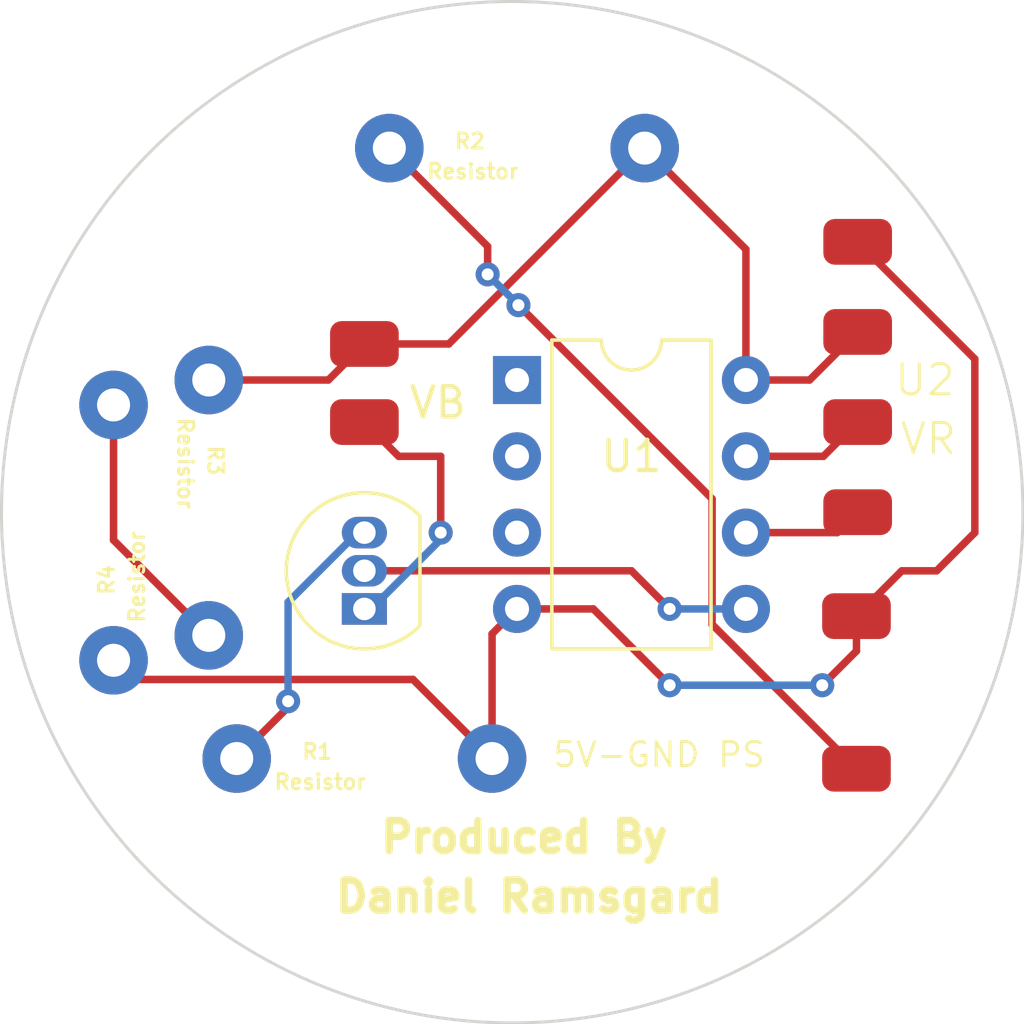
<source format=kicad_pcb>
(kicad_pcb (version 20221018) (generator pcbnew)
  (layers (0 "F.Cu" signal) (31 "B.Cu" signal) (34 "B.Paste" user) (35 "F.Paste" user) (36 "B.SilkS" user "B.Silkscreen") (37 "F.SilkS" user "F.Silkscreen") (38 "B.Mask" user) (39 "F.Mask" user) (44 "Edge.Cuts" user))
  (net 0 "")
  (net 1 "Net-(Q1-C)")
  (net 2 "Net-(Q1-B)")
  (net 3 "Net-(Q1-E)")
  (net 4 "Net-(U1-GND)")
  (net 8 "Net-(U1-PB1)")
  (net 9 "Net-(U1-PB2)")
  (net 10 "Net-(U1-VCC)")
  (net 11 "Net-(U4-VCC)")
  (net 12 "Net-(R3-Pad2)")
  (footprint "Custom_FP_Lib:Power-Source" (layer "F.Cu") (at 151 112 180)
    (fp_text reference "U4" hide)
    (fp_text value "~")
    (fp_text user "5V-GND PS" (at 12.7 -2.54 unlocked) (layer "F.SilkS") (effects (font (size 0.8 0.8) (thickness 0.1)) (justify left bottom)))
    (pad "1" smd roundrect (at 2.54 -2.54 180) (size 2.286 1.524) (layers "F.Cu" "F.Paste" "F.Mask") (net 11 "Net-(U4-VCC)"))
    (pad "2" smd roundrect (at 2.54 2.54 180) (size 2.286 1.524) (layers "F.Cu" "F.Paste" "F.Mask") (net 4 "Net-(U1-GND)"))
  )
  (footprint "Custom_FP_Lib:Through-Hole Resistor" (layer "F.Cu") (at 125 111.25 90)
    (fp_text reference "R4" (at 3 -1.5 90 unlocked) (layer "F.SilkS") (effects (font (size 0.5 0.5) (thickness 0.1))))
    (fp_text value "100R")
    (fp_text user "Resistor" (at 1.52 -0.2 90 unlocked) (layer "F.SilkS") (effects (font (size 0.5 0.5) (thickness 0.1)) (justify left bottom)))
    (pad "1" thru_hole custom (at 0.32 -1.27 90) (size 2.286 2.286) (drill 1.1) (layers "*.Cu" "*.Mask") (net 4 "Net-(U1-GND)") (options (clearance outline) (anchor circle)) (primitives))
    (pad "2" thru_hole custom (at 8.82 -1.27 90) (size 2.286 2.286) (drill 1.1) (layers "*.Cu" "*.Mask") (net 12 "Net-(R3-Pad2)") (options (clearance outline) (anchor circle)) (primitives))
  )
  (footprint "Custom_FP_Lib:Through-Hole Resistor" (layer "F.Cu") (at 127.51 115.47)
    (fp_text reference "R1" (at 3 -1.5 unlocked) (layer "F.SilkS") (effects (font (size 0.5 0.5) (thickness 0.1))))
    (fp_text value "10R")
    (fp_text user "Resistor" (at 1.52 -0.2 unlocked) (layer "F.SilkS") (effects (font (size 0.5 0.5) (thickness 0.1)) (justify left bottom)))
    (pad "1" thru_hole custom (at 0.32 -1.27) (size 2.286 2.286) (drill 1.1) (layers "*.Cu" "*.Mask") (net 3 "Net-(Q1-E)") (options (clearance outline) (anchor circle)) (primitives))
    (pad "2" thru_hole custom (at 8.82 -1.27) (size 2.286 2.286) (drill 1.1) (layers "*.Cu" "*.Mask") (net 4 "Net-(U1-GND)") (options (clearance outline) (anchor circle)) (primitives))
  )
  (footprint "Package_DIP:DIP-8_W7.62mm" (layer "F.Cu") (at 137.16 101.6)
    (fp_text reference "U1" (at 3.81 2.54) (layer "F.SilkS"))
    (fp_text value "ATtiny85-20P")
    (fp_line (start 1.16 -1.33) (end 1.16 8.95) (stroke (width 0.12)) (layer "F.SilkS"))
    (fp_line (start 1.16 8.95) (end 6.46 8.95) (stroke (width 0.12)) (layer "F.SilkS"))
    (fp_line (start 2.81 -1.33) (end 1.16 -1.33) (stroke (width 0.12)) (layer "F.SilkS"))
    (fp_line (start 6.46 -1.33) (end 4.81 -1.33) (stroke (width 0.12)) (layer "F.SilkS"))
    (fp_line (start 6.46 8.95) (end 6.46 -1.33) (stroke (width 0.12)) (layer "F.SilkS"))
    (fp_arc (start 4.81 -1.33) (mid 3.81 -0.33) (end 2.81 -1.33) (stroke (width 0.12)) (layer "F.SilkS"))
    (pad "1" thru_hole rect (at 0 0) (size 1.6 1.6) (drill 0.8) (layers "*.Cu" "*.Mask"))
    (pad "2" thru_hole oval (at 0 2.54) (size 1.6 1.6) (drill 0.8) (layers "*.Cu" "*.Mask"))
    (pad "3" thru_hole oval (at 0 5.08) (size 1.6 1.6) (drill 0.8) (layers "*.Cu" "*.Mask"))
    (pad "4" thru_hole oval (at 0 7.62) (size 1.6 1.6) (drill 0.8) (layers "*.Cu" "*.Mask") (net 4 "Net-(U1-GND)"))
    (pad "5" thru_hole oval (at 7.62 7.62) (size 1.6 1.6) (drill 0.8) (layers "*.Cu" "*.Mask") (net 2 "Net-(Q1-B)"))
    (pad "6" thru_hole oval (at 7.62 5.08) (size 1.6 1.6) (drill 0.8) (layers "*.Cu" "*.Mask") (net 8 "Net-(U1-PB1)"))
    (pad "7" thru_hole oval (at 7.62 2.54) (size 1.6 1.6) (drill 0.8) (layers "*.Cu" "*.Mask") (net 9 "Net-(U1-PB2)"))
    (pad "8" thru_hole oval (at 7.62 0) (size 1.6 1.6) (drill 0.8) (layers "*.Cu" "*.Mask") (net 10 "Net-(U1-VCC)"))
  )
  (footprint "Custom_FP_Lib:Vibration_Motor" (layer "F.Cu") (at 132.08 103)
    (fp_text reference "U3" hide)
    (fp_text value "~")
    (fp_text user "VB" (at 1.42 -0.06 unlocked) (layer "F.SilkS") (effects (justify left bottom)))
    (pad "1" smd roundrect (at 0 -2.6) (size 2.286 1.524) (layers "F.Cu" "F.Paste" "F.Mask") (net 10 "Net-(U1-VCC)"))
    (pad "2" smd roundrect (at 0 0) (size 2.286 1.524) (layers "F.Cu" "F.Paste" "F.Mask") (net 1 "Net-(Q1-C)"))
  )
  (footprint "Custom_FP_Lib:Through-Hole Resistor" (layer "F.Cu") (at 132.59 95.15)
    (fp_text reference "R2" (at 3 -1.5 unlocked) (layer "F.SilkS") (effects (font (size 0.5 0.5) (thickness 0.1))))
    (fp_text value "100R")
    (fp_text user "Resistor" (at 1.52 -0.2 unlocked) (layer "F.SilkS") (effects (font (size 0.5 0.5) (thickness 0.1)) (justify left bottom)))
    (pad "1" thru_hole custom (at 0.32 -1.27) (size 2.286 2.286) (drill 1.1) (layers "*.Cu" "*.Mask") (net 11 "Net-(U4-VCC)") (options (clearance outline) (anchor circle)) (primitives))
    (pad "2" thru_hole custom (at 8.82 -1.27) (size 2.286 2.286) (drill 1.1) (layers "*.Cu" "*.Mask") (net 10 "Net-(U1-VCC)") (options (clearance outline) (anchor circle)) (primitives))
  )
  (footprint "Custom_FP_Lib:VR_Footprint" (layer "F.Cu") (at 148.5 103)
    (fp_text reference "U2" (at 2.24 -1.4 unlocked) (layer "F.SilkS") (effects (font (thickness 0.1))))
    (fp_text value "~")
    (fp_text user "VR" (at 1.36 1.14 unlocked) (layer "F.SilkS") (effects (font (thickness 0.1)) (justify left bottom)))
    (pad "1" smd roundrect (at 0 -6) (size 2.286 1.524) (layers "F.Cu" "F.Paste" "F.Mask") (net 4 "Net-(U1-GND)"))
    (pad "2" smd roundrect (at 0 -3) (size 2.286 1.524) (layers "F.Cu" "F.Paste" "F.Mask") (net 10 "Net-(U1-VCC)"))
    (pad "3" smd roundrect (at 0 0) (size 2.286 1.524) (layers "F.Cu" "F.Paste" "F.Mask") (net 9 "Net-(U1-PB2)"))
    (pad "4" smd roundrect (at 0 3) (size 2.286 1.524) (layers "F.Cu" "F.Paste" "F.Mask") (net 8 "Net-(U1-PB1)"))
  )
  (footprint "Package_TO_SOT_THT:TO-92_Inline" (layer "F.Cu") (at 132.08 109.22 90)
    (fp_text reference "Q1" hide)
    (fp_text value "BC337")
    (fp_line (start -0.53 1.85) (end 3.07 1.85) (stroke (width 0.12)) (layer "F.SilkS"))
    (fp_arc (start -0.568478 1.838478) (mid -1.132087 -0.994977) (end 1.27 -2.6) (stroke (width 0.12)) (layer "F.SilkS"))
    (fp_arc (start 1.27 -2.6) (mid 3.672087 -0.994977) (end 3.108478 1.838478) (stroke (width 0.12)) (layer "F.SilkS"))
    (pad "1" thru_hole rect (at 0 0 90) (size 1.05 1.5) (drill 0.75) (layers "*.Cu" "*.Mask") (net 1 "Net-(Q1-C)"))
    (pad "2" thru_hole oval (at 1.27 0 90) (size 1.05 1.5) (drill 0.75) (layers "*.Cu" "*.Mask") (net 2 "Net-(Q1-B)"))
    (pad "3" thru_hole oval (at 2.54 0 90) (size 1.05 1.5) (drill 0.75) (layers "*.Cu" "*.Mask") (net 3 "Net-(Q1-E)"))
  )
  (footprint "Custom_FP_Lib:Through-Hole Resistor" (layer "F.Cu") (at 125.63 101.28 -90)
    (fp_text reference "R3" (at 3 -1.5 -90 unlocked) (layer "F.SilkS") (effects (font (size 0.5 0.5) (thickness 0.1))))
    (fp_text value "10R")
    (fp_text user "Resistor" (at 1.52 -0.2 -90 unlocked) (layer "F.SilkS") (effects (font (size 0.5 0.5) (thickness 0.1)) (justify left bottom)))
    (pad "1" thru_hole custom (at 0.32 -1.27 270) (size 2.286 2.286) (drill 1.1) (layers "*.Cu" "*.Mask") (net 10 "Net-(U1-VCC)") (options (clearance outline) (anchor circle)) (primitives))
    (pad "2" thru_hole custom (at 8.82 -1.27 270) (size 2.286 2.286) (drill 1.1) (layers "*.Cu" "*.Mask") (net 12 "Net-(R3-Pad2)") (options (clearance outline) (anchor circle)) (primitives))
  )
  (gr_circle (center 137 106) (end 154 106) (stroke (width 0.1)) (fill none) (layer "Edge.Cuts"))
  (gr_text "Produced By " (at 132.5 117.4) (layer "F.SilkS") (effects (font (size 1 1) (thickness 0.25) bold) (justify left bottom)))
  (gr_text "Daniel Ramsgard" (at 131 119.38) (layer "F.SilkS") (effects (font (size 1 1) (thickness 0.25) bold) (justify left bottom)))
  (segment (start 133.22 104.14) (end 134.62 104.14) (width 0.25) (layer "F.Cu") (net 1))
  (segment (start 134.62 104.14) (end 134.62 106.68) (width 0.25) (layer "F.Cu") (net 1))
  (segment (start 132.08 103) (end 133.22 104.14) (width 0.25) (layer "F.Cu") (net 1))
  (via (at 134.62 106.68) (size 0.8) (drill 0.4) (layers "F.Cu" "B.Cu") (net 1))
  (segment (start 134.62 106.68) (end 134.62 106.905) (width 0.25) (layer "B.Cu") (net 1))
  (segment (start 134.62 106.905) (end 132.305 109.22) (width 0.25) (layer "B.Cu") (net 1))
  (segment (start 132.305 109.22) (end 132.08 109.22) (width 0.25) (layer "B.Cu") (net 1))
  (segment (start 132.08 107.95) (end 140.97 107.95) (width 0.25) (layer "F.Cu") (net 2))
  (segment (start 140.97 107.95) (end 142.24 109.22) (width 0.25) (layer "F.Cu") (net 2))
  (via (at 142.24 109.22) (size 0.8) (drill 0.4) (layers "F.Cu" "B.Cu") (net 2))
  (segment (start 142.24 109.22) (end 144.78 109.22) (width 0.25) (layer "B.Cu") (net 2))
  (segment (start 127.83 114.2) (end 129.54 112.49) (width 0.25) (layer "F.Cu") (net 3))
  (segment (start 129.54 112.49) (end 129.54 112.2925) (width 0.25) (layer "F.Cu") (net 3))
  (via (at 129.54 112.2925) (size 0.8) (drill 0.4) (layers "F.Cu" "B.Cu") (net 3))
  (segment (start 129.54 112.2925) (end 129.54 108.995) (width 0.25) (layer "B.Cu") (net 3))
  (segment (start 131.855 106.68) (end 132.08 106.68) (width 0.25) (layer "B.Cu") (net 3))
  (segment (start 129.54 108.995) (end 131.855 106.68) (width 0.25) (layer "B.Cu") (net 3))
  (segment (start 152.4 106.68) (end 152.4 100.9) (width 0.25) (layer "F.Cu") (net 4))
  (segment (start 148.46 110.62) (end 148.46 109.46) (width 0.25) (layer "F.Cu") (net 4))
  (segment (start 147.32 111.76) (end 148.46 110.62) (width 0.25) (layer "F.Cu") (net 4))
  (segment (start 151.128 107.952) (end 152.4 106.68) (width 0.25) (layer "F.Cu") (net 4))
  (segment (start 149.968 107.952) (end 151.128 107.952) (width 0.25) (layer "F.Cu") (net 4))
  (segment (start 136.33 114.2) (end 133.698 111.568) (width 0.25) (layer "F.Cu") (net 4))
  (segment (start 152.4 100.9) (end 148.5 97) (width 0.25) (layer "F.Cu") (net 4))
  (segment (start 124.368 111.568) (end 123.73 110.93) (width 0.25) (layer "F.Cu") (net 4))
  (segment (start 133.698 111.568) (end 124.368 111.568) (width 0.25) (layer "F.Cu") (net 4))
  (segment (start 136.33 114.2) (end 136.33 110.05) (width 0.25) (layer "F.Cu") (net 4))
  (segment (start 136.33 110.05) (end 137.16 109.22) (width 0.25) (layer "F.Cu") (net 4))
  (segment (start 148.46 109.46) (end 149.968 107.952) (width 0.25) (layer "F.Cu") (net 4))
  (segment (start 137.16 109.22) (end 139.7 109.22) (width 0.25) (layer "F.Cu") (net 4))
  (segment (start 139.7 109.22) (end 142.24 111.76) (width 0.25) (layer "F.Cu") (net 4))
  (via (at 147.32 111.76) (size 0.8) (drill 0.4) (layers "F.Cu" "B.Cu") (net 4))
  (via (at 142.24 111.76) (size 0.8) (drill 0.4) (layers "F.Cu" "B.Cu") (net 4))
  (segment (start 142.24 111.76) (end 147.32 111.76) (width 0.25) (layer "B.Cu") (net 4))
  (segment (start 147.82 106.68) (end 144.78 106.68) (width 0.25) (layer "F.Cu") (net 8))
  (segment (start 148.5 106) (end 147.82 106.68) (width 0.25) (layer "F.Cu") (net 8))
  (segment (start 147.36 104.14) (end 144.78 104.14) (width 0.25) (layer "F.Cu") (net 9))
  (segment (start 148.5 103) (end 147.36 104.14) (width 0.25) (layer "F.Cu") (net 9))
  (segment (start 141.41 93.88) (end 134.89 100.4) (width 0.25) (layer "F.Cu") (net 10))
  (segment (start 141.41 93.88) (end 144.78 97.25) (width 0.25) (layer "F.Cu") (net 10))
  (segment (start 144.78 97.25) (end 144.78 101.6) (width 0.25) (layer "F.Cu") (net 10))
  (segment (start 148.5 100) (end 146.9 101.6) (width 0.25) (layer "F.Cu") (net 10))
  (segment (start 126.9 101.6) (end 130.88 101.6) (width 0.25) (layer "F.Cu") (net 10))
  (segment (start 130.88 101.6) (end 132.08 100.4) (width 0.25) (layer "F.Cu") (net 10))
  (segment (start 146.9 101.6) (end 144.78 101.6) (width 0.25) (layer "F.Cu") (net 10))
  (segment (start 134.89 100.4) (end 132.08 100.4) (width 0.25) (layer "F.Cu") (net 10))
  (segment (start 136.1827 97.1527) (end 136.1827 98.0827) (width 0.25) (layer "F.Cu") (net 11))
  (segment (start 137.207299 99.107299) (end 143.655 105.555) (width 0.25) (layer "F.Cu") (net 11))
  (segment (start 143.655 109.735) (end 148.46 114.54) (width 0.25) (layer "F.Cu") (net 11))
  (segment (start 132.91 93.88) (end 136.1827 97.1527) (width 0.25) (layer "F.Cu") (net 11))
  (segment (start 143.655 105.555) (end 143.655 109.735) (width 0.25) (layer "F.Cu") (net 11))
  (via (at 136.1827 98.0827) (size 0.8) (drill 0.4) (layers "F.Cu" "B.Cu") (net 11))
  (via (at 137.207299 99.107299) (size 0.8) (drill 0.4) (layers "F.Cu" "B.Cu") (net 11))
  (segment (start 136.1827 98.0827) (end 137.207299 99.107299) (width 0.25) (layer "B.Cu") (net 11))
  (segment (start 123.73 102.43) (end 123.73 106.93) (width 0.25) (layer "F.Cu") (net 12))
  (segment (start 123.73 106.93) (end 126.9 110.1) (width 0.25) (layer "F.Cu") (net 12))
)
</source>
